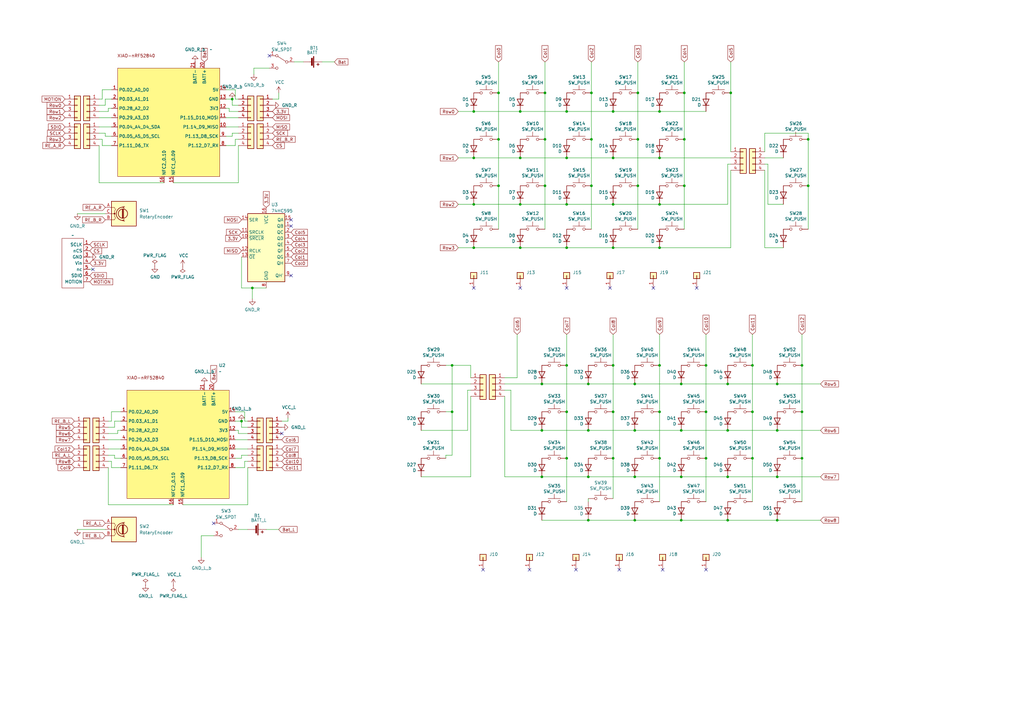
<source format=kicad_sch>
(kicad_sch (version 20250114) (generator "eeschema") (generator_version "9.0")
  (paper "A3")
  (title_block (title "nofy"))
  (junction (at 279.4 157.48))
  (junction (at 232.41 168.91))
  (junction (at 241.3 176.53))
  (junction (at 308.61 168.91))
  (junction (at 185.42 168.91))
  (junction (at 242.57 57.15))
  (junction (at 194.31 64.77))
  (junction (at 331.47 57.15))
  (junction (at 223.52 57.15))
  (junction (at 298.45 213.36))
  (junction (at 232.41 149.86))
  (junction (at 299.72 38.1))
  (junction (at 270.51 149.86))
  (junction (at 213.36 45.72))
  (junction (at 279.4 176.53))
  (junction (at 204.47 38.1))
  (junction (at 223.52 38.1))
  (junction (at 289.56 149.86))
  (junction (at 270.51 45.72))
  (junction (at 251.46 83.82))
  (junction (at 261.62 57.15))
  (junction (at 222.25 195.58))
  (junction (at 270.51 64.77))
  (junction (at 261.62 38.1))
  (junction (at 260.35 157.48))
  (junction (at 308.61 149.86))
  (junction (at 194.31 83.82))
  (junction (at 328.93 187.96))
  (junction (at 241.3 195.58))
  (junction (at 194.31 45.72))
  (junction (at 251.46 45.72))
  (junction (at 270.51 83.82))
  (junction (at 251.46 101.6))
  (junction (at 280.67 38.1))
  (junction (at 328.93 149.86))
  (junction (at 289.56 187.96))
  (junction (at 279.4 213.36))
  (junction (at 251.46 168.91))
  (junction (at 289.56 168.91))
  (junction (at 232.41 83.82))
  (junction (at 331.47 76.2))
  (junction (at 204.47 76.2))
  (junction (at 318.77 213.36))
  (junction (at 308.61 187.96))
  (junction (at 318.77 195.58))
  (junction (at 251.46 187.96))
  (junction (at 260.35 176.53))
  (junction (at 222.25 176.53))
  (junction (at 232.41 101.6))
  (junction (at 213.36 83.82))
  (junction (at 241.3 157.48))
  (junction (at 232.41 187.96))
  (junction (at 260.35 213.36))
  (junction (at 95.25 40.64))
  (junction (at 213.36 64.77))
  (junction (at 185.42 149.86))
  (junction (at 242.57 38.1))
  (junction (at 318.77 157.48))
  (junction (at 241.3 213.36))
  (junction (at 232.41 45.72))
  (junction (at 280.67 76.2))
  (junction (at 270.51 187.96))
  (junction (at 223.52 76.2))
  (junction (at 251.46 64.77))
  (junction (at 251.46 149.86))
  (junction (at 270.51 168.91))
  (junction (at 328.93 168.91))
  (junction (at 318.77 176.53))
  (junction (at 103.505 118.11))
  (junction (at 261.62 76.2))
  (junction (at 213.36 101.6))
  (junction (at 232.41 64.77))
  (junction (at 298.45 195.58))
  (junction (at 270.51 101.6))
  (junction (at 298.45 157.48))
  (junction (at 260.35 195.58))
  (junction (at 194.31 101.6))
  (junction (at 280.67 57.15))
  (junction (at 222.25 157.48))
  (junction (at 298.45 176.53))
  (junction (at 279.4 195.58))
  (junction (at 99.06 172.72))
  (junction (at 204.47 57.15))
  (junction (at 242.57 76.2))
  (no_connect (at 267.97 118.11))
  (no_connect (at 232.41 118.11))
  (no_connect (at 119.38 92.71))
  (no_connect (at 110.49 22.86))
  (no_connect (at 289.56 233.68))
  (no_connect (at 236.22 233.68))
  (no_connect (at 87.63 214.63))
  (no_connect (at 250.19 118.11))
  (no_connect (at 285.75 118.11))
  (no_connect (at 198.12 233.68))
  (no_connect (at 115.57 177.8))
  (no_connect (at 119.38 90.17))
  (no_connect (at 38.1 110.49))
  (no_connect (at 271.78 233.68))
  (no_connect (at 217.17 233.68))
  (no_connect (at 254 233.68))
  (no_connect (at 119.38 113.03))
  (no_connect (at 194.31 118.11))
  (no_connect (at 213.36 118.11))
  (wire (pts (xy 95.25 43.18) (xy 97.79 43.18)))
  (wire (pts (xy 298.45 213.36) (xy 318.77 213.36)))
  (wire (pts (xy 279.4 213.36) (xy 298.45 213.36)))
  (wire (pts (xy 298.45 176.53) (xy 318.77 176.53)))
  (wire (pts (xy 251.46 101.6) (xy 270.51 101.6)))
  (wire (pts (xy 96.52 176.53) (xy 97.79 176.53)))
  (wire (pts (xy 209.55 176.53) (xy 222.25 176.53)))
  (wire (pts (xy 251.46 83.82) (xy 232.41 83.82)))
  (wire (pts (xy 298.45 195.58) (xy 318.77 195.58)))
  (wire (pts (xy 308.61 187.96) (xy 308.61 205.74)))
  (wire (pts (xy 96.52 187.96) (xy 99.06 187.96)))
  (wire (pts (xy 71.12 74.93) (xy 97.79 74.93)))
  (wire (pts (xy 251.46 64.77) (xy 232.41 64.77)))
  (wire (pts (xy 313.69 64.77) (xy 321.31 64.77)))
  (wire (pts (xy 82.55 219.71) (xy 82.55 228.6)))
  (wire (pts (xy 40.64 45.72) (xy 44.45 45.72)))
  (wire (pts (xy 100.33 191.77) (xy 100.33 189.23)))
  (wire (pts (xy 213.36 83.82) (xy 194.31 83.82)))
  (wire (pts (xy 92.71 48.26) (xy 97.79 48.26)))
  (wire (pts (xy 207.01 160.02) (xy 209.55 160.02)))
  (wire (pts (xy 40.64 59.69) (xy 40.64 74.93)))
  (wire (pts (xy 44.45 44.45) (xy 44.45 45.72)))
  (wire (pts (xy 185.42 186.69) (xy 185.42 168.91)))
  (wire (pts (xy 232.41 168.91) (xy 232.41 187.96)))
  (wire (pts (xy 96.52 191.77) (xy 100.33 191.77)))
  (wire (pts (xy 279.4 213.36) (xy 260.35 213.36)))
  (wire (pts (xy 45.72 172.72) (xy 44.45 172.72)))
  (wire (pts (xy 209.55 160.02) (xy 209.55 176.53)))
  (wire (pts (xy 251.46 187.96) (xy 251.46 204.47)))
  (wire (pts (xy 289.56 168.91) (xy 289.56 187.96)))
  (wire (pts (xy 100.33 172.72) (xy 101.6 172.72)))
  (wire (pts (xy 223.52 25.4) (xy 223.52 38.1)))
  (wire (pts (xy 49.53 187.96) (xy 46.99 187.96)))
  (wire (pts (xy 118.11 171.45) (xy 118.11 172.72)))
  (wire (pts (xy 270.51 45.72) (xy 251.46 45.72)))
  (wire (pts (xy 194.31 45.72) (xy 187.96 45.72)))
  (wire (pts (xy 92.71 36.83) (xy 96.52 36.83)))
  (wire (pts (xy 41.91 57.15) (xy 40.64 57.15)))
  (wire (pts (xy 331.47 54.61) (xy 331.47 57.15)))
  (wire (pts (xy 132.08 25.4) (xy 137.16 25.4)))
  (wire (pts (xy 241.3 204.47) (xy 241.3 205.74)))
  (wire (pts (xy 191.77 176.53) (xy 172.72 176.53)))
  (wire (pts (xy 331.47 76.2) (xy 331.47 93.98)))
  (wire (pts (xy 101.6 207.01) (xy 101.6 191.77)))
  (wire (pts (xy 120.65 25.4) (xy 124.46 25.4)))
  (wire (pts (xy 193.04 162.56) (xy 193.04 195.58)))
  (wire (pts (xy 92.71 44.45) (xy 93.98 44.45)))
  (wire (pts (xy 45.72 168.91) (xy 45.72 172.72)))
  (wire (pts (xy 270.51 168.91) (xy 270.51 187.96)))
  (wire (pts (xy 46.99 186.69) (xy 44.45 186.69)))
  (wire (pts (xy 40.64 52.07) (xy 45.72 52.07)))
  (wire (pts (xy 270.51 83.82) (xy 298.45 83.82)))
  (wire (pts (xy 207.01 195.58) (xy 222.25 195.58)))
  (wire (pts (xy 242.57 76.2) (xy 242.57 93.98)))
  (wire (pts (xy 242.57 25.4) (xy 242.57 38.1)))
  (wire (pts (xy 104.14 27.94) (xy 104.14 30.48)))
  (wire (pts (xy 313.69 69.85) (xy 313.69 101.6)))
  (wire (pts (xy 213.36 101.6) (xy 194.31 101.6)))
  (wire (pts (xy 331.47 57.15) (xy 331.47 76.2)))
  (wire (pts (xy 299.72 69.85) (xy 299.72 101.6)))
  (wire (pts (xy 279.4 195.58) (xy 298.45 195.58)))
  (wire (pts (xy 31.75 217.17) (xy 43.18 217.17)))
  (wire (pts (xy 97.79 177.8) (xy 101.6 177.8)))
  (wire (pts (xy 280.67 76.2) (xy 280.67 93.98)))
  (wire (pts (xy 182.88 186.69) (xy 182.88 187.96)))
  (wire (pts (xy 96.52 168.91) (xy 100.33 168.91)))
  (wire (pts (xy 260.35 195.58) (xy 241.3 195.58)))
  (wire (pts (xy 270.51 137.16) (xy 270.51 149.86)))
  (wire (pts (xy 74.93 207.01) (xy 101.6 207.01)))
  (wire (pts (xy 43.18 55.88) (xy 43.18 54.61)))
  (wire (pts (xy 251.46 149.86) (xy 251.46 168.91)))
  (wire (pts (xy 46.99 187.96) (xy 46.99 186.69)))
  (wire (pts (xy 207.01 162.56) (xy 207.01 195.58)))
  (wire (pts (xy 313.69 62.23) (xy 313.69 54.61)))
  (wire (pts (xy 41.91 36.83) (xy 41.91 40.64)))
  (wire (pts (xy 43.18 54.61) (xy 40.64 54.61)))
  (wire (pts (xy 87.63 219.71) (xy 82.55 219.71)))
  (wire (pts (xy 110.49 27.94) (xy 104.14 27.94)))
  (wire (pts (xy 45.72 40.64) (xy 43.18 40.64)))
  (wire (pts (xy 313.69 67.31) (xy 314.96 67.31)))
  (wire (pts (xy 204.47 57.15) (xy 204.47 76.2)))
  (wire (pts (xy 212.09 137.16) (xy 212.09 154.94)))
  (wire (pts (xy 46.99 175.26) (xy 44.45 175.26)))
  (wire (pts (xy 46.99 172.72) (xy 46.99 175.26)))
  (wire (pts (xy 95.25 54.61) (xy 97.79 54.61)))
  (wire (pts (xy 44.45 207.01) (xy 44.45 191.77)))
  (wire (pts (xy 172.72 157.48) (xy 193.04 157.48)))
  (wire (pts (xy 103.505 118.11) (xy 103.505 122.555)))
  (wire (pts (xy 45.72 44.45) (xy 44.45 44.45)))
  (wire (pts (xy 279.4 176.53) (xy 260.35 176.53)))
  (wire (pts (xy 45.72 191.77) (xy 45.72 189.23)))
  (wire (pts (xy 232.41 45.72) (xy 213.36 45.72)))
  (wire (pts (xy 45.72 189.23) (xy 44.45 189.23)))
  (wire (pts (xy 328.93 187.96) (xy 328.93 205.74)))
  (wire (pts (xy 261.62 25.4) (xy 261.62 38.1)))
  (wire (pts (xy 328.93 137.16) (xy 328.93 149.86)))
  (wire (pts (xy 289.56 149.86) (xy 289.56 168.91)))
  (wire (pts (xy 289.56 187.96) (xy 289.56 205.74)))
  (wire (pts (xy 308.61 149.86) (xy 308.61 168.91)))
  (wire (pts (xy 232.41 101.6) (xy 213.36 101.6)))
  (wire (pts (xy 261.62 38.1) (xy 261.62 57.15)))
  (wire (pts (xy 204.47 38.1) (xy 204.47 57.15)))
  (wire (pts (xy 251.46 101.6) (xy 232.41 101.6)))
  (wire (pts (xy 241.3 195.58) (xy 222.25 195.58)))
  (wire (pts (xy 299.72 64.77) (xy 270.51 64.77)))
  (wire (pts (xy 100.33 189.23) (xy 101.6 189.23)))
  (wire (pts (xy 114.3 40.64) (xy 114.3 38.1)))
  (wire (pts (xy 96.52 172.72) (xy 99.06 172.72)))
  (wire (pts (xy 270.51 149.86) (xy 270.51 168.91)))
  (wire (pts (xy 95.25 40.64) (xy 95.25 43.18)))
  (wire (pts (xy 270.51 45.72) (xy 289.56 45.72)))
  (wire (pts (xy 308.61 137.16) (xy 308.61 149.86)))
  (wire (pts (xy 242.57 57.15) (xy 242.57 76.2)))
  (wire (pts (xy 298.45 157.48) (xy 318.77 157.48)))
  (wire (pts (xy 31.75 87.63) (xy 43.18 87.63)))
  (wire (pts (xy 49.53 191.77) (xy 45.72 191.77)))
  (wire (pts (xy 241.3 176.53) (xy 222.25 176.53)))
  (wire (pts (xy 270.51 64.77) (xy 251.46 64.77)))
  (wire (pts (xy 213.36 64.77) (xy 194.31 64.77)))
  (wire (pts (xy 260.35 157.48) (xy 241.3 157.48)))
  (wire (pts (xy 41.91 40.64) (xy 40.64 40.64)))
  (wire (pts (xy 49.53 168.91) (xy 45.72 168.91)))
  (wire (pts (xy 96.52 59.69) (xy 96.52 57.15)))
  (wire (pts (xy 99.06 172.72) (xy 99.06 175.26)))
  (wire (pts (xy 193.04 195.58) (xy 172.72 195.58)))
  (wire (pts (xy 92.71 40.64) (xy 95.25 40.64)))
  (wire (pts (xy 313.69 101.6) (xy 321.31 101.6)))
  (wire (pts (xy 40.64 48.26) (xy 45.72 48.26)))
  (wire (pts (xy 232.41 64.77) (xy 213.36 64.77)))
  (wire (pts (xy 314.96 83.82) (xy 321.31 83.82)))
  (wire (pts (xy 260.35 176.53) (xy 241.3 176.53)))
  (wire (pts (xy 191.77 160.02) (xy 191.77 176.53)))
  (wire (pts (xy 111.76 40.64) (xy 114.3 40.64)))
  (wire (pts (xy 318.77 176.53) (xy 336.55 176.53)))
  (wire (pts (xy 95.25 55.88) (xy 95.25 54.61)))
  (wire (pts (xy 96.52 40.64) (xy 97.79 40.64)))
  (wire (pts (xy 299.72 67.31) (xy 298.45 67.31)))
  (wire (pts (xy 194.31 64.77) (xy 187.96 64.77)))
  (wire (pts (xy 99.06 186.69) (xy 101.6 186.69)))
  (wire (pts (xy 93.98 44.45) (xy 93.98 45.72)))
  (wire (pts (xy 279.4 195.58) (xy 260.35 195.58)))
  (wire (pts (xy 261.62 76.2) (xy 261.62 93.98)))
  (wire (pts (xy 251.46 45.72) (xy 232.41 45.72)))
  (wire (pts (xy 182.88 186.69) (xy 185.42 186.69)))
  (wire (pts (xy 45.72 59.69) (xy 41.91 59.69)))
  (wire (pts (xy 241.3 157.48) (xy 222.25 157.48)))
  (wire (pts (xy 96.52 184.15) (xy 101.6 184.15)))
  (wire (pts (xy 251.46 137.16) (xy 251.46 149.86)))
  (wire (pts (xy 92.71 59.69) (xy 96.52 59.69)))
  (wire (pts (xy 100.33 168.91) (xy 100.33 172.72)))
  (wire (pts (xy 97.79 59.69) (xy 97.79 74.93)))
  (wire (pts (xy 182.88 149.86) (xy 185.42 149.86)))
  (wire (pts (xy 207.01 157.48) (xy 222.25 157.48)))
  (wire (pts (xy 48.26 176.53) (xy 48.26 177.8)))
  (wire (pts (xy 99.06 105.41) (xy 99.06 118.11)))
  (wire (pts (xy 204.47 25.4) (xy 204.47 38.1)))
  (wire (pts (xy 314.96 67.31) (xy 314.96 83.82)))
  (wire (pts (xy 280.67 57.15) (xy 280.67 76.2)))
  (wire (pts (xy 328.93 168.91) (xy 328.93 187.96)))
  (wire (pts (xy 232.41 149.86) (xy 232.41 168.91)))
  (wire (pts (xy 298.45 67.31) (xy 298.45 83.82)))
  (wire (pts (xy 93.98 45.72) (xy 97.79 45.72)))
  (wire (pts (xy 193.04 160.02) (xy 191.77 160.02)))
  (wire (pts (xy 270.51 187.96) (xy 270.51 205.74)))
  (wire (pts (xy 242.57 38.1) (xy 242.57 57.15)))
  (wire (pts (xy 44.45 184.15) (xy 49.53 184.15)))
  (wire (pts (xy 187.96 101.6) (xy 194.31 101.6)))
  (wire (pts (xy 115.57 172.72) (xy 118.11 172.72)))
  (wire (pts (xy 223.52 38.1) (xy 223.52 57.15)))
  (wire (pts (xy 299.72 101.6) (xy 270.51 101.6)))
  (wire (pts (xy 212.09 154.94) (xy 207.01 154.94)))
  (wire (pts (xy 194.31 83.82) (xy 187.96 83.82)))
  (wire (pts (xy 280.67 38.1) (xy 280.67 57.15)))
  (wire (pts (xy 313.69 54.61) (xy 331.47 54.61)))
  (wire (pts (xy 280.67 25.4) (xy 280.67 38.1)))
  (wire (pts (xy 109.22 118.11) (xy 103.505 118.11)))
  (wire (pts (xy 299.72 25.4) (xy 299.72 38.1)))
  (wire (pts (xy 279.4 157.48) (xy 260.35 157.48)))
  (wire (pts (xy 99.06 118.11) (xy 103.505 118.11)))
  (wire (pts (xy 241.3 213.36) (xy 222.25 213.36)))
  (wire (pts (xy 270.51 83.82) (xy 251.46 83.82)))
  (wire (pts (xy 232.41 137.16) (xy 232.41 149.86)))
  (wire (pts (xy 99.06 175.26) (xy 101.6 175.26)))
  (wire (pts (xy 49.53 172.72) (xy 46.99 172.72)))
  (wire (pts (xy 193.04 149.86) (xy 193.04 154.94)))
  (wire (pts (xy 318.77 213.36) (xy 336.55 213.36)))
  (wire (pts (xy 204.47 76.2) (xy 204.47 93.98)))
  (wire (pts (xy 41.91 59.69) (xy 41.91 57.15)))
  (wire (pts (xy 251.46 168.91) (xy 251.46 187.96)))
  (wire (pts (xy 97.79 176.53) (xy 97.79 177.8)))
  (wire (pts (xy 44.45 180.34) (xy 49.53 180.34)))
  (wire (pts (xy 45.72 55.88) (xy 43.18 55.88)))
  (wire (pts (xy 185.42 149.86) (xy 185.42 168.91)))
  (wire (pts (xy 279.4 176.53) (xy 298.45 176.53)))
  (wire (pts (xy 49.53 176.53) (xy 48.26 176.53)))
  (wire (pts (xy 44.45 177.8) (xy 48.26 177.8)))
  (wire (pts (xy 328.93 149.86) (xy 328.93 168.91)))
  (wire (pts (xy 318.77 195.58) (xy 336.55 195.58)))
  (wire (pts (xy 71.12 207.01) (xy 44.45 207.01)))
  (wire (pts (xy 279.4 157.48) (xy 298.45 157.48)))
  (wire (pts (xy 182.88 168.91) (xy 185.42 168.91)))
  (wire (pts (xy 223.52 57.15) (xy 223.52 76.2)))
  (wire (pts (xy 213.36 45.72) (xy 194.31 45.72)))
  (wire (pts (xy 96.52 57.15) (xy 97.79 57.15)))
  (wire (pts (xy 318.77 157.48) (xy 336.55 157.48)))
  (wire (pts (xy 109.22 217.17) (xy 114.3 217.17)))
  (wire (pts (xy 261.62 57.15) (xy 261.62 76.2)))
  (wire (pts (xy 299.72 38.1) (xy 299.72 62.23)))
  (wire (pts (xy 45.72 36.83) (xy 41.91 36.83)))
  (wire (pts (xy 260.35 213.36) (xy 241.3 213.36)))
  (wire (pts (xy 67.31 74.93) (xy 40.64 74.93)))
  (wire (pts (xy 38.1 110.49) (xy 36.83 110.49)))
  (wire (pts (xy 96.52 180.34) (xy 101.6 180.34)))
  (wire (pts (xy 92.71 55.88) (xy 95.25 55.88)))
  (wire (pts (xy 99.06 187.96) (xy 99.06 186.69)))
  (wire (pts (xy 308.61 168.91) (xy 308.61 187.96)))
  (wire (pts (xy 232.41 187.96) (xy 232.41 205.74)))
  (wire (pts (xy 97.79 217.17) (xy 101.6 217.17)))
  (wire (pts (xy 232.41 83.82) (xy 213.36 83.82)))
  (wire (pts (xy 289.56 137.16) (xy 289.56 149.86)))
  (wire (pts (xy 96.52 36.83) (xy 96.52 40.64)))
  (wire (pts (xy 185.42 149.86) (xy 193.04 149.86)))
  (wire (pts (xy 43.18 40.64) (xy 43.18 43.18)))
  (wire (pts (xy 92.71 52.07) (xy 97.79 52.07)))
  (wire (pts (xy 43.18 43.18) (xy 40.64 43.18)))
  (wire (pts (xy 223.52 76.2) (xy 223.52 93.98)))
  (global_label "Row1" (shape input) (at 26.67 45.72 180) (property "Intersheetrefs" "${INTERSHEET_REFS}" (effects (hide yes))))
  (global_label "Row2" (shape input) (at 187.96 83.82 180) (property "Intersheetrefs" "${INTERSHEET_REFS}" (effects (hide yes))))
  (global_label "Col6" (shape input) (at 115.57 180.34 0) (property "Intersheetrefs" "${INTERSHEET_REFS}" (effects (hide yes))))
  (global_label "Row1" (shape input) (at 187.96 64.77 180) (property "Intersheetrefs" "${INTERSHEET_REFS}" (effects (hide yes))))
  (global_label "Col0" (shape input) (at 119.38 107.95 0) (property "Intersheetrefs" "${INTERSHEET_REFS}" (effects (hide yes))))
  (global_label "Col3" (shape input) (at 261.62 25.4 90) (property "Intersheetrefs" "${INTERSHEET_REFS}" (effects (hide yes))))
  (global_label "RE_A_L" (shape input) (at 43.18 214.63 180) (property "Intersheetrefs" "${INTERSHEET_REFS}" (effects (hide yes))))
  (global_label "RE_A_R" (shape input) (at 26.67 59.69 180) (property "Intersheetrefs" "${INTERSHEET_REFS}" (effects (hide yes))))
  (global_label "3.3V" (shape input) (at 36.83 107.95 0) (property "Intersheetrefs" "${INTERSHEET_REFS}" (effects (hide yes))))
  (global_label "Bat_L" (shape input) (at 87.63 157.48 90) (property "Intersheetrefs" "${INTERSHEET_REFS}" (effects (hide yes))))
  (global_label "MISO" (shape input) (at 99.06 102.87 180) (property "Intersheetrefs" "${INTERSHEET_REFS}" (effects (hide yes))))
  (global_label "Col7" (shape input) (at 232.41 137.16 90) (property "Intersheetrefs" "${INTERSHEET_REFS}" (effects (hide yes))))
  (global_label "Col9" (shape input) (at 30.48 191.77 180) (property "Intersheetrefs" "${INTERSHEET_REFS}" (effects (hide yes))))
  (global_label "Col3" (shape input) (at 119.38 100.33 0) (property "Intersheetrefs" "${INTERSHEET_REFS}" (effects (hide yes))))
  (global_label "CS" (shape input) (at 36.83 102.87 0) (property "Intersheetrefs" "${INTERSHEET_REFS}" (effects (hide yes))))
  (global_label "SDIO" (shape input) (at 26.67 52.07 180) (property "Intersheetrefs" "${INTERSHEET_REFS}" (effects (hide yes))))
  (global_label "MOTION" (shape input) (at 36.83 115.57 0) (property "Intersheetrefs" "${INTERSHEET_REFS}" (effects (hide yes))))
  (global_label "Col6" (shape input) (at 212.09 137.16 90) (property "Intersheetrefs" "${INTERSHEET_REFS}" (effects (hide yes))))
  (global_label "Col12" (shape input) (at 328.93 137.16 90) (property "Intersheetrefs" "${INTERSHEET_REFS}" (effects (hide yes))))
  (global_label "Bat_L" (shape input) (at 114.3 217.17 0) (property "Intersheetrefs" "${INTERSHEET_REFS}" (effects (hide yes))))
  (global_label "Col11" (shape input) (at 308.61 137.16 90) (property "Intersheetrefs" "${INTERSHEET_REFS}" (effects (hide yes))))
  (global_label "3.3V" (shape input) (at 109.22 85.09 90) (property "Intersheetrefs" "${INTERSHEET_REFS}" (effects (hide yes))))
  (global_label "Row6" (shape input) (at 336.55 176.53 0) (property "Intersheetrefs" "${INTERSHEET_REFS}" (effects (hide yes))))
  (global_label "Row0" (shape input) (at 187.96 45.72 180) (property "Intersheetrefs" "${INTERSHEET_REFS}" (effects (hide yes))))
  (global_label "Col7" (shape input) (at 115.57 184.15 0) (property "Intersheetrefs" "${INTERSHEET_REFS}" (effects (hide yes))))
  (global_label "Col8" (shape input) (at 251.46 137.16 90) (property "Intersheetrefs" "${INTERSHEET_REFS}" (effects (hide yes))))
  (global_label "MISO" (shape input) (at 111.76 52.07 0) (property "Intersheetrefs" "${INTERSHEET_REFS}" (effects (hide yes))))
  (global_label "RE_B_R" (shape input) (at 43.18 90.17 180) (property "Intersheetrefs" "${INTERSHEET_REFS}" (effects (hide yes))))
  (global_label "Row2" (shape input) (at 26.67 48.26 180) (property "Intersheetrefs" "${INTERSHEET_REFS}" (effects (hide yes))))
  (global_label "Row5" (shape input) (at 336.55 157.48 0) (property "Intersheetrefs" "${INTERSHEET_REFS}" (effects (hide yes))))
  (global_label "Col10" (shape input) (at 115.57 189.23 0) (property "Intersheetrefs" "${INTERSHEET_REFS}" (effects (hide yes))))
  (global_label "Col1" (shape input) (at 119.38 105.41 0) (property "Intersheetrefs" "${INTERSHEET_REFS}" (effects (hide yes))))
  (global_label "Bat" (shape input) (at 83.82 25.4 90) (property "Intersheetrefs" "${INTERSHEET_REFS}" (effects (hide yes))))
  (global_label "SCK" (shape input) (at 111.76 54.61 0) (property "Intersheetrefs" "${INTERSHEET_REFS}" (effects (hide yes))))
  (global_label "Col2" (shape input) (at 119.38 102.87 0) (property "Intersheetrefs" "${INTERSHEET_REFS}" (effects (hide yes))))
  (global_label "MOTION" (shape input) (at 26.67 40.64 180) (property "Intersheetrefs" "${INTERSHEET_REFS}" (effects (hide yes))))
  (global_label "Col11" (shape input) (at 115.57 191.77 0) (property "Intersheetrefs" "${INTERSHEET_REFS}" (effects (hide yes))))
  (global_label "Row8" (shape input) (at 30.48 189.23 180) (property "Intersheetrefs" "${INTERSHEET_REFS}" (effects (hide yes))))
  (global_label "RE_A_R" (shape input) (at 43.18 85.09 180) (property "Intersheetrefs" "${INTERSHEET_REFS}" (effects (hide yes))))
  (global_label "Row3" (shape input) (at 187.96 101.6 180) (property "Intersheetrefs" "${INTERSHEET_REFS}" (effects (hide yes))))
  (global_label "SDIO" (shape input) (at 36.83 113.03 0) (property "Intersheetrefs" "${INTERSHEET_REFS}" (effects (hide yes))))
  (global_label "3.3V" (shape input) (at 99.06 97.79 180) (property "Intersheetrefs" "${INTERSHEET_REFS}" (effects (hide yes))))
  (global_label "Col4" (shape input) (at 280.67 25.4 90) (property "Intersheetrefs" "${INTERSHEET_REFS}" (effects (hide yes))))
  (global_label "Col4" (shape input) (at 119.38 97.79 0) (property "Intersheetrefs" "${INTERSHEET_REFS}" (effects (hide yes))))
  (global_label "RE_A_L" (shape input) (at 30.48 186.69 180) (property "Intersheetrefs" "${INTERSHEET_REFS}" (effects (hide yes))))
  (global_label "Row3" (shape input) (at 26.67 57.15 180) (property "Intersheetrefs" "${INTERSHEET_REFS}" (effects (hide yes))))
  (global_label "SCLK" (shape input) (at 26.67 54.61 180) (property "Intersheetrefs" "${INTERSHEET_REFS}" (effects (hide yes))))
  (global_label "3.3V" (shape input) (at 111.76 45.72 0) (property "Intersheetrefs" "${INTERSHEET_REFS}" (effects (hide yes))))
  (global_label "Col2" (shape input) (at 242.57 25.4 90) (property "Intersheetrefs" "${INTERSHEET_REFS}" (effects (hide yes))))
  (global_label "RE_B_L" (shape input) (at 43.18 219.71 180) (property "Intersheetrefs" "${INTERSHEET_REFS}" (effects (hide yes))))
  (global_label "Col5" (shape input) (at 299.72 25.4 90) (property "Intersheetrefs" "${INTERSHEET_REFS}" (effects (hide yes))))
  (global_label "Bat" (shape input) (at 137.16 25.4 0) (property "Intersheetrefs" "${INTERSHEET_REFS}" (effects (hide yes))))
  (global_label "RE_B_R" (shape input) (at 111.76 57.15 0) (property "Intersheetrefs" "${INTERSHEET_REFS}" (effects (hide yes))))
  (global_label "Row0" (shape input) (at 26.67 43.18 180) (property "Intersheetrefs" "${INTERSHEET_REFS}" (effects (hide yes))))
  (global_label "Col8" (shape input) (at 115.57 186.69 0) (property "Intersheetrefs" "${INTERSHEET_REFS}" (effects (hide yes))))
  (global_label "Row7" (shape input) (at 336.55 195.58 0) (property "Intersheetrefs" "${INTERSHEET_REFS}" (effects (hide yes))))
  (global_label "Row8" (shape input) (at 336.55 213.36 0) (property "Intersheetrefs" "${INTERSHEET_REFS}" (effects (hide yes))))
  (global_label "Col10" (shape input) (at 289.56 137.16 90) (property "Intersheetrefs" "${INTERSHEET_REFS}" (effects (hide yes))))
  (global_label "Col9" (shape input) (at 270.51 137.16 90) (property "Intersheetrefs" "${INTERSHEET_REFS}" (effects (hide yes))))
  (global_label "SCLK" (shape input) (at 36.83 100.33 0) (property "Intersheetrefs" "${INTERSHEET_REFS}" (effects (hide yes))))
  (global_label "Col1" (shape input) (at 223.52 25.4 90) (property "Intersheetrefs" "${INTERSHEET_REFS}" (effects (hide yes))))
  (global_label "Row5" (shape input) (at 30.48 175.26 180) (property "Intersheetrefs" "${INTERSHEET_REFS}" (effects (hide yes))))
  (global_label "Row7" (shape input) (at 30.48 180.34 180) (property "Intersheetrefs" "${INTERSHEET_REFS}" (effects (hide yes))))
  (global_label "MOSI" (shape input) (at 99.06 90.17 180) (property "Intersheetrefs" "${INTERSHEET_REFS}" (effects (hide yes))))
  (global_label "Row6" (shape input) (at 30.48 177.8 180) (property "Intersheetrefs" "${INTERSHEET_REFS}" (effects (hide yes))))
  (global_label "CS" (shape input) (at 111.76 59.69 0) (property "Intersheetrefs" "${INTERSHEET_REFS}" (effects (hide yes))))
  (global_label "SCK" (shape input) (at 99.06 95.25 180) (property "Intersheetrefs" "${INTERSHEET_REFS}" (effects (hide yes))))
  (global_label "Col12" (shape input) (at 30.48 184.15 180) (property "Intersheetrefs" "${INTERSHEET_REFS}" (effects (hide yes))))
  (global_label "Col5" (shape input) (at 119.38 95.25 0) (property "Intersheetrefs" "${INTERSHEET_REFS}" (effects (hide yes))))
  (global_label "MOSI" (shape input) (at 111.76 48.26 0) (property "Intersheetrefs" "${INTERSHEET_REFS}" (effects (hide yes))))
  (global_label "RE_B_L" (shape input) (at 30.48 172.72 180) (property "Intersheetrefs" "${INTERSHEET_REFS}" (effects (hide yes))))
  (global_label "Col0" (shape input) (at 204.47 25.4 90) (property "Intersheetrefs" "${INTERSHEET_REFS}" (effects (hide yes))))
  (symbol (lib_id "Device:D") (at 270.51 97.79 270) (mirror x) (unit 1)
    (property "Reference" "D20" (at 268.5034 96.6216 90) (effects (justify right)))
    (property "Value" "D" (at 268.5034 98.933 90) (effects (justify right)))
    (property "Footprint" "_kicad_footprints:Diode_SMD" (effects (hide yes)))
  )
  (symbol (lib_id "Switch:SW_Push") (at 326.39 76.2 0) (mirror y) (unit 1)
    (property "Reference" "SW27" (at 326.39 69.723 0))
    (property "Value" "SW_PUSH" (at 326.39 72.0344 0))
    (property "Footprint" "nofy:Choc_v2_Hotswap_1u_17mm" (effects (hide yes)))
  )
  (symbol (lib_id "nofy:PIn1x4") (at 102.87 62.23 0) (unit 1)
    (property "Reference" "J35" (effects (hide yes)))
    (property "Value" "PIn1x4" (effects (hide yes)))
    (property "Footprint" "nofy:Pin1x4" (effects (hide yes)))
  )
  (symbol (lib_id "Switch:SW_Push") (at 237.49 76.2 0) (mirror y) (unit 1)
    (property "Reference" "SW15" (at 237.49 69.723 0))
    (property "Value" "SW_PUSH" (at 237.49 72.0344 0))
    (property "Footprint" "nofy:Choc_v2_Hotswap_1u_17mm" (effects (hide yes)))
  )
  (symbol (lib_id "Switch:SW_Push") (at 294.64 38.1 0) (mirror y) (unit 1)
    (property "Reference" "SW25" (at 294.64 31.623 0))
    (property "Value" "SW_PUSH" (at 294.64 33.9344 0))
    (property "Footprint" "nofy:Choc_v2_Hotswap_1u_17mm" (effects (hide yes)))
  )
  (symbol (lib_id "power:GND") (at 59.69 240.03 0) (unit 1)
    (property "Reference" "#PWR03" (effects (hide yes)))
    (property "Value" "GND_L" (at 59.817 244.4242 0))
  )
  (symbol (lib_id "Connector_Generic:Conn_01x01") (at 217.17 228.6 90) (unit 1)
    (property "Reference" "J12" (at 219.71 227.3299 90) (effects (justify right)))
    (property "Value" "Conn_01x01-Connector_Generic" (effects (hide yes)))
    (property "Footprint" "MountingHole:MountingHole_3.2mm_M3" (effects (hide yes)))
    (property "Description" "Generic connector, single row, 01x01, script generated (kicad-library-utils/schlib/autogen/connector/)" (effects (hide yes)))
  )
  (symbol (lib_id "nofy:PIn1x4") (at 106.68 50.8 0) (mirror y) (unit 1)
    (property "Reference" "J38" (effects (hide yes)))
    (property "Value" "PIn1x4" (effects (hide yes)))
    (property "Footprint" "nofy:Pin1x4" (effects (hide yes)))
  )
  (symbol (lib_id "Switch:SW_Push") (at 177.8 168.91 0) (mirror y) (unit 1)
    (property "Reference" "SW30" (at 177.8 162.433 0))
    (property "Value" "SW_PUSH" (at 177.8 164.7444 0))
    (property "Footprint" "nofy:Choc_v2_Hotswap_1u_17mm" (effects (hide yes)))
  )
  (symbol (lib_id "Connector_Generic:Conn_01x01") (at 198.12 228.6 90) (unit 1)
    (property "Reference" "J10" (at 200.66 227.3299 90) (effects (justify right)))
    (property "Value" "Conn_01x01-Connector_Generic" (effects (hide yes)))
    (property "Footprint" "MountingHole:MountingHole_3.2mm_M3" (effects (hide yes)))
    (property "Description" "Generic connector, single row, 01x01, script generated (kicad-library-utils/schlib/autogen/connector/)" (effects (hide yes)))
  )
  (symbol (lib_id "Device:D") (at 279.4 153.67 270) (mirror x) (unit 1)
    (property "Reference" "D40" (at 277.3934 152.5016 90) (effects (justify right)))
    (property "Value" "D" (at 277.3934 154.813 90) (effects (justify right)))
    (property "Footprint" "_kicad_footprints:Diode_SMD" (effects (hide yes)))
  )
  (symbol (lib_id "Device:D") (at 172.72 153.67 270) (mirror x) (unit 1)
    (property "Reference" "D25" (at 170.7134 152.5016 90) (effects (justify right)))
    (property "Value" "D" (at 170.7134 154.813 90) (effects (justify right)))
    (property "Footprint" "_kicad_footprints:Diode_SMD" (effects (hide yes)))
  )
  (symbol (lib_id "Device:D") (at 172.72 172.72 270) (mirror x) (unit 1)
    (property "Reference" "D26" (at 170.7134 171.5516 90) (effects (justify right)))
    (property "Value" "D" (at 170.7134 173.863 90) (effects (justify right)))
    (property "Footprint" "_kicad_footprints:Diode_SMD" (effects (hide yes)))
  )
  (symbol (lib_id "Device:D") (at 232.41 60.96 270) (mirror x) (unit 1)
    (property "Reference" "D10" (at 230.4034 59.7916 90) (effects (justify right)))
    (property "Value" "D" (at 230.4034 62.103 90) (effects (justify right)))
    (property "Footprint" "_kicad_footprints:Diode_SMD" (effects (hide yes)))
  )
  (symbol (lib_id "Device:D") (at 260.35 153.67 270) (mirror x) (unit 1)
    (property "Reference" "D36" (at 258.3434 152.5016 90) (effects (justify right)))
    (property "Value" "D" (at 258.3434 154.813 90) (effects (justify right)))
    (property "Footprint" "_kicad_footprints:Diode_SMD" (effects (hide yes)))
  )
  (symbol (lib_id "Switch:SW_Push") (at 265.43 168.91 0) (mirror y) (unit 1)
    (property "Reference" "SW41" (at 265.43 162.433 0))
    (property "Value" "SW_PUSH" (at 265.43 164.7444 0))
    (property "Footprint" "nofy:Choc_v2_Hotswap_1u_17mm" (effects (hide yes)))
  )
  (symbol (lib_id "Device:D") (at 279.4 172.72 270) (mirror x) (unit 1)
    (property "Reference" "D41" (at 277.3934 171.5516 90) (effects (justify right)))
    (property "Value" "D" (at 277.3934 173.863 90) (effects (justify right)))
    (property "Footprint" "_kicad_footprints:Diode_SMD" (effects (hide yes)))
  )
  (symbol (lib_id "Switch:SW_Push") (at 256.54 76.2 0) (mirror y) (unit 1)
    (property "Reference" "SW19" (at 256.54 69.723 0))
    (property "Value" "SW_PUSH" (at 256.54 72.0344 0))
    (property "Footprint" "nofy:Choc_v2_Hotswap_1u_17mm" (effects (hide yes)))
  )
  (symbol (lib_id "Switch:SW_Push") (at 227.33 187.96 0) (mirror y) (unit 1)
    (property "Reference" "SW34" (at 227.33 181.483 0))
    (property "Value" "SW_PUSH" (at 227.33 183.7944 0))
    (property "Footprint" "nofy:Choc_v2_Hotswap_1u_17mm" (effects (hide yes)))
  )
  (symbol (lib_id "Switch:SW_Push") (at 323.85 187.96 0) (mirror y) (unit 1)
    (property "Reference" "SW54" (at 323.85 181.483 0))
    (property "Value" "SW_PUSH" (at 323.85 183.7944 0))
    (property "Footprint" "nofy:Choc_v2_Hotswap_1u_17mm" (effects (hide yes)))
  )
  (symbol (lib_id "Switch:SW_Push") (at 256.54 93.98 0) (mirror y) (unit 1)
    (property "Reference" "SW20" (at 256.54 87.503 0))
    (property "Value" "SW_PUSH" (at 256.54 89.8144 0))
    (property "Footprint" "nofy:Choc_v2_Hotswap_1u_17mm" (effects (hide yes)))
  )
  (symbol (lib_id "Device:RotaryEncoder") (at 50.8 87.63 0) (unit 1)
    (property "Reference" "SW1" (at 57.15 86.3599 0) (effects (justify left)))
    (property "Value" "RotaryEncoder" (at 57.15 88.8999 0) (effects (justify left)))
    (property "Footprint" "nofy:RotaryEncoder_EC12E" (effects (hide yes)))
    (property "Description" "Rotary encoder, dual channel, incremental quadrate outputs" (effects (hide yes)))
  )
  (symbol (lib_name "GND_1") (lib_id "power:GND") (at 95.25 40.64 180) (unit 1)
    (property "Reference" "#PWR011" (effects (hide yes)))
    (property "Value" "GND_R_b" (at 95.25 35.56 0))
    (property "Description" "Power symbol creates a global label with name \"GND\" , ground" (effects (hide yes)))
  )
  (symbol (lib_id "Device:D") (at 251.46 80.01 270) (mirror x) (unit 1)
    (property "Reference" "D15" (at 249.4534 78.8416 90) (effects (justify right)))
    (property "Value" "D" (at 249.4534 81.153 90) (effects (justify right)))
    (property "Footprint" "_kicad_footprints:Diode_SMD" (effects (hide yes)))
  )
  (symbol (lib_id "Device:D") (at 270.51 80.01 270) (mirror x) (unit 1)
    (property "Reference" "D19" (at 268.5034 78.8416 90) (effects (justify right)))
    (property "Value" "D" (at 268.5034 81.153 90) (effects (justify right)))
    (property "Footprint" "_kicad_footprints:Diode_SMD" (effects (hide yes)))
  )
  (symbol (lib_id "Device:D") (at 194.31 41.91 270) (mirror x) (unit 1)
    (property "Reference" "D1" (at 192.3034 40.7416 90) (effects (justify right)))
    (property "Value" "D" (at 192.3034 43.053 90) (effects (justify right)))
    (property "Footprint" "_kicad_footprints:Diode_SMD" (effects (hide yes)))
  )
  (symbol (lib_id "Switch:SW_Push") (at 256.54 57.15 0) (mirror y) (unit 1)
    (property "Reference" "SW18" (at 256.54 50.673 0))
    (property "Value" "SW_PUSH" (at 256.54 52.9844 0))
    (property "Footprint" "nofy:Choc_v2_Hotswap_1u_17mm" (effects (hide yes)))
  )
  (symbol (lib_id "Device:D") (at 318.77 209.55 270) (mirror x) (unit 1)
    (property "Reference" "D51" (at 316.7634 208.3816 90) (effects (justify right)))
    (property "Value" "D" (at 316.7634 210.693 90) (effects (justify right)))
    (property "Footprint" "_kicad_footprints:Diode_SMD" (effects (hide yes)))
  )
  (symbol (lib_id "Device:D") (at 321.31 60.96 270) (mirror x) (unit 1)
    (property "Reference" "D22" (at 319.3034 59.7916 90) (effects (justify right)))
    (property "Value" "D" (at 319.3034 62.103 90) (effects (justify right)))
    (property "Footprint" "_kicad_footprints:Diode_SMD" (effects (hide yes)))
  )
  (symbol (lib_id "Switch:SW_Push") (at 326.39 93.98 0) (mirror y) (unit 1)
    (property "Reference" "SW28" (at 326.39 87.503 0))
    (property "Value" "SW_PUSH" (at 326.39 89.8144 0))
    (property "Footprint" "nofy:Choc_v2_Hotswap_1u_17mm" (effects (hide yes)))
  )
  (symbol (lib_id "nofy:PIn1x4") (at 110.49 194.31 0) (mirror y) (unit 1)
    (property "Reference" "J29" (effects (hide yes)))
    (property "Value" "PIn1x4" (effects (hide yes)))
    (property "Footprint" "nofy:Pin1x4" (effects (hide yes)))
  )
  (symbol (lib_id "Device:D") (at 298.45 209.55 270) (mirror x) (unit 1)
    (property "Reference" "D47" (at 296.4434 208.3816 90) (effects (justify right)))
    (property "Value" "D" (at 296.4434 210.693 90) (effects (justify right)))
    (property "Footprint" "_kicad_footprints:Diode_SMD" (effects (hide yes)))
  )
  (symbol (lib_id "Switch:SW_Push") (at 199.39 57.15 0) (mirror y) (unit 1)
    (property "Reference" "SW6" (at 199.39 50.673 0))
    (property "Value" "SW_PUSH" (at 199.39 52.9844 0))
    (property "Footprint" "nofy:Choc_v2_Hotswap_1u_17mm" (effects (hide yes)))
  )
  (symbol (lib_id "Switch:SW_Push") (at 237.49 93.98 0) (mirror y) (unit 1)
    (property "Reference" "SW16" (at 237.49 87.503 0))
    (property "Value" "SW_PUSH" (at 237.49 89.8144 0))
    (property "Footprint" "nofy:Choc_v2_Hotswap_1u_17mm" (effects (hide yes)))
  )
  (symbol (lib_id "power:PWR_FLAG") (at 59.69 240.03 0) (unit 1)
    (property "Reference" "#FLG01" (effects (hide yes)))
    (property "Value" "PWR_FLAG_L" (at 59.69 235.6104 0))
  )
  (symbol (lib_id "power:VCC") (at 118.11 171.45 0) (unit 1)
    (property "Reference" "#PWR020" (effects (hide yes)))
    (property "Value" "VCC_L" (at 118.5418 167.0558 0))
  )
  (symbol (lib_id "Device:D") (at 222.25 191.77 270) (mirror x) (unit 1)
    (property "Reference" "D30" (at 220.2434 190.6016 90) (effects (justify right)))
    (property "Value" "D" (at 220.2434 192.913 90) (effects (justify right)))
    (property "Footprint" "_kicad_footprints:Diode_SMD" (effects (hide yes)))
  )
  (symbol (lib_id "power:GND") (at 103.505 122.555 0) (unit 1)
    (property "Reference" "#PWR013" (effects (hide yes)))
    (property "Value" "GND_R" (at 103.505 127 0))
  )
  (symbol (lib_id "Device:D") (at 194.31 80.01 270) (mirror x) (unit 1)
    (property "Reference" "D3" (at 192.3034 78.8416 90) (effects (justify right)))
    (property "Value" "D" (at 192.3034 81.153 90) (effects (justify right)))
    (property "Footprint" "_kicad_footprints:Diode_SMD" (effects (hide yes)))
  )
  (symbol (lib_id "Device:D") (at 232.41 41.91 270) (mirror x) (unit 1)
    (property "Reference" "D9" (at 230.4034 40.7416 90) (effects (justify right)))
    (property "Value" "D" (at 230.4034 43.053 90) (effects (justify right)))
    (property "Footprint" "_kicad_footprints:Diode_SMD" (effects (hide yes)))
  )
  (symbol (lib_id "Device:D") (at 298.45 172.72 270) (mirror x) (unit 1)
    (property "Reference" "D45" (at 296.4434 171.5516 90) (effects (justify right)))
    (property "Value" "D" (at 296.4434 173.863 90) (effects (justify right)))
    (property "Footprint" "_kicad_footprints:Diode_SMD" (effects (hide yes)))
  )
  (symbol (lib_id "nofy:PIn1x4") (at 304.8 72.39 0) (unit 1)
    (property "Reference" "J22" (effects (hide yes)))
    (property "Value" "PIn1x4" (effects (hide yes)))
    (property "Footprint" "nofy:Pin1x4" (effects (hide yes)))
  )
  (symbol (lib_id "Device:Battery_Cell") (at 104.14 217.17 270) (unit 1)
    (property "Reference" "B1" (at 104.14 211.455 90) (effects (justify left)))
    (property "Value" "BATT_L" (at 102.87 213.36 90) (effects (justify left)))
    (property "Footprint" "_kicad_footprints:JST_S2B-PH-SM4-TB" (effects (hide yes)))
  )
  (symbol (lib_id "Device:D") (at 251.46 41.91 270) (mirror x) (unit 1)
    (property "Reference" "D13" (at 249.4534 40.7416 90) (effects (justify right)))
    (property "Value" "D" (at 249.4534 43.053 90) (effects (justify right)))
    (property "Footprint" "_kicad_footprints:Diode_SMD" (effects (hide yes)))
  )
  (symbol (lib_id "Switch:SW_Push") (at 265.43 149.86 0) (mirror y) (unit 1)
    (property "Reference" "SW40" (at 265.43 143.383 0))
    (property "Value" "SW_PUSH" (at 265.43 145.6944 0))
    (property "Footprint" "nofy:Choc_v2_Hotswap_1u_17mm" (effects (hide yes)))
  )
  (symbol (lib_id "Device:D") (at 232.41 97.79 270) (mirror x) (unit 1)
    (property "Reference" "D12" (at 230.4034 96.6216 90) (effects (justify right)))
    (property "Value" "D" (at 230.4034 98.933 90) (effects (justify right)))
    (property "Footprint" "_kicad_footprints:Diode_SMD" (effects (hide yes)))
  )
  (symbol (lib_name "GND_1") (lib_id "power:GND") (at 36.83 105.41 90) (unit 1)
    (property "Reference" "#PWR02" (effects (hide yes)))
    (property "Value" "GND_R" (at 40.64 105.4099 90) (effects (justify right)))
    (property "Description" "Power symbol creates a global label with name \"GND\" , ground" (effects (hide yes)))
  )
  (symbol (lib_id "Connector_Generic:Conn_01x01") (at 285.75 113.03 90) (unit 1)
    (property "Reference" "J21" (at 288.29 111.7599 90) (effects (justify right)))
    (property "Value" "Conn_01x01-Connector_Generic" (effects (hide yes)))
    (property "Footprint" "MountingHole:MountingHole_3.2mm_M3" (effects (hide yes)))
    (property "Description" "Generic connector, single row, 01x01, script generated (kicad-library-utils/schlib/autogen/connector/)" (effects (hide yes)))
  )
  (symbol (lib_id "Device:D") (at 251.46 60.96 270) (mirror x) (unit 1)
    (property "Reference" "D14" (at 249.4534 59.7916 90) (effects (justify right)))
    (property "Value" "D" (at 249.4534 62.103 90) (effects (justify right)))
    (property "Footprint" "_kicad_footprints:Diode_SMD" (effects (hide yes)))
  )
  (symbol (lib_id "Switch:SW_Push") (at 199.39 76.2 0) (mirror y) (unit 1)
    (property "Reference" "SW7" (at 199.39 69.723 0))
    (property "Value" "SW_PUSH" (at 199.39 72.0344 0))
    (property "Footprint" "nofy:Choc_v2_Hotswap_1u_17mm" (effects (hide yes)))
  )
  (symbol (lib_id "Connector_Generic:Conn_01x01") (at 250.19 113.03 90) (unit 1)
    (property "Reference" "J17" (at 252.73 111.7599 90) (effects (justify right)))
    (property "Value" "Conn_01x01-Connector_Generic" (effects (hide yes)))
    (property "Footprint" "MountingHole:MountingHole_3.2mm_M3" (effects (hide yes)))
    (property "Description" "Generic connector, single row, 01x01, script generated (kicad-library-utils/schlib/autogen/connector/)" (effects (hide yes)))
  )
  (symbol (lib_id "Switch:SW_Push") (at 199.39 38.1 0) (mirror y) (unit 1)
    (property "Reference" "SW5" (at 199.39 31.623 0))
    (property "Value" "SW_PUSH" (at 199.39 33.9344 0))
    (property "Footprint" "nofy:Choc_v2_Hotswap_1u_17mm" (effects (hide yes)))
  )
  (symbol (lib_id "Switch:SW_Push") (at 265.43 187.96 0) (mirror y) (unit 1)
    (property "Reference" "SW42" (at 265.43 181.483 0))
    (property "Value" "SW_PUSH" (at 265.43 183.7944 0))
    (property "Footprint" "nofy:Choc_v2_Hotswap_1u_17mm" (effects (hide yes)))
  )
  (symbol (lib_id "Device:D") (at 279.4 191.77 270) (mirror x) (unit 1)
    (property "Reference" "D42" (at 277.3934 190.6016 90) (effects (justify right)))
    (property "Value" "D" (at 277.3934 192.913 90) (effects (justify right)))
    (property "Footprint" "_kicad_footprints:Diode_SMD" (effects (hide yes)))
  )
  (symbol (lib_id "Switch:SW_Push") (at 256.54 38.1 0) (mirror y) (unit 1)
    (property "Reference" "SW17" (at 256.54 31.623 0))
    (property "Value" "SW_PUSH" (at 256.54 33.9344 0))
    (property "Footprint" "nofy:Choc_v2_Hotswap_1u_17mm" (effects (hide yes)))
  )
  (symbol (lib_id "74xx:74HC595") (at 109.22 100.33 0) (unit 1)
    (property "Reference" "U3" (at 111.2394 83.9302 0) (effects (justify left)))
    (property "Value" "74HC595" (at 111.2394 86.4671 0) (effects (justify left)))
    (property "Footprint" "Package_SO:SOIC-16_3.9x9.9mm_P1.27mm" (effects (hide yes)))
    (property "Datasheet" "http://www.ti.com/lit/ds/symlink/sn74hc595.pdf" (effects (hide yes)))
    (property "LCSC Part Number" "C10092" (effects (hide yes)))
  )
  (symbol (lib_id "power:PWR_FLAG") (at 71.12 240.03 180) (unit 1)
    (property "Reference" "#FLG02" (effects (hide yes)))
    (property "Value" "PWR_FLAG_L" (at 71.12 244.4242 0))
  )
  (symbol (lib_name "GND_1") (lib_id "power:GND") (at 99.06 172.72 180) (unit 1)
    (property "Reference" "#PWR012" (effects (hide yes)))
    (property "Value" "GND_L_b" (at 99.06 167.64 0))
    (property "Description" "Power symbol creates a global label with name \"GND\" , ground" (effects (hide yes)))
  )
  (symbol (lib_id "Switch:SW_Push") (at 323.85 205.74 0) (mirror y) (unit 1)
    (property "Reference" "SW55" (at 323.85 199.263 0))
    (property "Value" "SW_PUSH" (at 323.85 201.5744 0))
    (property "Footprint" "nofy:Choc_v2_Hotswap_1u_17mm" (effects (hide yes)))
  )
  (symbol (lib_id "Switch:SW_Push") (at 199.39 93.98 0) (mirror y) (unit 1)
    (property "Reference" "SW8" (at 199.39 87.503 0))
    (property "Value" "SW_PUSH" (at 199.39 89.8144 0))
    (property "Footprint" "nofy:Choc_v2_Hotswap_1u_17mm" (effects (hide yes)))
  )
  (symbol (lib_id "Switch:SW_SPDT") (at 115.57 25.4 0) (mirror y) (unit 1)
    (property "Reference" "SW4" (at 115.57 17.78 0))
    (property "Value" "SW_SPDT" (at 115.57 20.32 0))
    (property "Footprint" "_kicad_footprints:TGSW_MSK-12D19" (effects (hide yes)))
  )
  (symbol (lib_id "Switch:SW_Push") (at 275.59 57.15 0) (mirror y) (unit 1)
    (property "Reference" "SW22" (at 275.59 50.673 0))
    (property "Value" "SW_PUSH" (at 275.59 52.9844 0))
    (property "Footprint" "nofy:Choc_v2_Hotswap_1u_17mm" (effects (hide yes)))
  )
  (symbol (lib_id "nofy:PIn1x4") (at 198.12 165.1 0) (unit 1)
    (property "Reference" "J24" (effects (hide yes)))
    (property "Value" "PIn1x4" (effects (hide yes)))
    (property "Footprint" "nofy:Pin1x4" (effects (hide yes)))
  )
  (symbol (lib_id "Switch:SW_Push") (at 246.38 187.96 0) (mirror y) (unit 1)
    (property "Reference" "SW38" (at 246.38 181.483 0))
    (property "Value" "SW_PUSH" (at 246.38 183.7944 0))
    (property "Footprint" "nofy:Choc_v2_Hotswap_1u_17mm" (effects (hide yes)))
  )
  (symbol (lib_id "nofy:PIn1x4") (at 102.87 50.8 0) (unit 1)
    (property "Reference" "J34" (effects (hide yes)))
    (property "Value" "PIn1x4" (effects (hide yes)))
    (property "Footprint" "nofy:Pin1x4" (effects (hide yes)))
  )
  (symbol (lib_id "Device:D") (at 172.72 191.77 270) (mirror x) (unit 1)
    (property "Reference" "D27" (at 170.7134 190.6016 90) (effects (justify right)))
    (property "Value" "D" (at 170.7134 192.913 90) (effects (justify right)))
    (property "Footprint" "_kicad_footprints:Diode_SMD" (effects (hide yes)))
  )
  (symbol (lib_id "Switch:SW_Push") (at 284.48 205.74 0) (mirror y) (unit 1)
    (property "Reference" "SW47" (at 284.48 199.263 0))
    (property "Value" "SW_PUSH" (at 284.48 201.5744 0))
    (property "Footprint" "nofy:Choc_v2_Hotswap_1u_17mm" (effects (hide yes)))
  )
  (symbol (lib_id "Device:D") (at 213.36 80.01 270) (mirror x) (unit 1)
    (property "Reference" "D7" (at 211.3534 78.8416 90) (effects (justify right)))
    (property "Value" "D" (at 211.3534 81.153 90) (effects (justify right)))
    (property "Footprint" "_kicad_footprints:Diode_SMD" (effects (hide yes)))
  )
  (symbol (lib_id "Switch:SW_Push") (at 246.38 204.47 0) (mirror y) (unit 1)
    (property "Reference" "SW39" (at 246.38 197.993 0))
    (property "Value" "SW_PUSH" (at 246.38 200.3044 0))
    (property "Footprint" "nofy:Choc_v2_Hotswap_1u_17mm" (effects (hide yes)))
  )
  (symbol (lib_id "Connector_Generic:Conn_01x01") (at 213.36 113.03 90) (unit 1)
    (property "Reference" "J13" (at 215.9 111.7599 90) (effects (justify right)))
    (property "Value" "Conn_01x01-Connector_Generic" (effects (hide yes)))
    (property "Footprint" "MountingHole:MountingHole_3.2mm_M3" (effects (hide yes)))
    (property "Description" "Generic connector, single row, 01x01, script generated (kicad-library-utils/schlib/autogen/connector/)" (effects (hide yes)))
  )
  (symbol (lib_id "Switch:SW_Push") (at 237.49 38.1 0) (mirror y) (unit 1)
    (property "Reference" "SW13" (at 237.49 31.623 0))
    (property "Value" "SW_PUSH" (at 237.49 33.9344 0))
    (property "Footprint" "nofy:Choc_v2_Hotswap_1u_17mm" (effects (hide yes)))
  )
  (symbol (lib_id "Device:D") (at 222.25 209.55 270) (mirror x) (unit 1)
    (property "Reference" "D31" (at 220.2434 208.3816 90) (effects (justify right)))
    (property "Value" "D" (at 220.2434 210.693 90) (effects (justify right)))
    (property "Footprint" "_kicad_footprints:Diode_SMD" (effects (hide yes)))
  )
  (symbol (lib_id "nofy:PIn1x4") (at 308.61 72.39 0) (mirror y) (unit 1)
    (property "Reference" "J23" (effects (hide yes)))
    (property "Value" "PIn1x4" (effects (hide yes)))
    (property "Footprint" "nofy:Pin1x4" (effects (hide yes)))
  )
  (symbol (lib_id "Switch:SW_Push") (at 303.53 149.86 0) (mirror y) (unit 1)
    (property "Reference" "SW48" (at 303.53 143.383 0))
    (property "Value" "SW_PUSH" (at 303.53 145.6944 0))
    (property "Footprint" "nofy:Choc_v2_Hotswap_1u_17mm" (effects (hide yes)))
  )
  (symbol (lib_id "Connector_Generic:Conn_01x01") (at 194.31 113.03 90) (unit 1)
    (property "Reference" "J11" (at 196.85 111.7599 90) (effects (justify right)))
    (property "Value" "Conn_01x01-Connector_Generic" (effects (hide yes)))
    (property "Footprint" "MountingHole:MountingHole_3.2mm_M3" (effects (hide yes)))
    (property "Description" "Generic connector, single row, 01x01, script generated (kicad-library-utils/schlib/autogen/connector/)" (effects (hide yes)))
  )
  (symbol (lib_id "Device:D") (at 270.51 41.91 270) (mirror x) (unit 1)
    (property "Reference" "D17" (at 268.5034 40.7416 90) (effects (justify right)))
    (property "Value" "D" (at 268.5034 43.053 90) (effects (justify right)))
    (property "Footprint" "_kicad_footprints:Diode_SMD" (effects (hide yes)))
  )
  (symbol (lib_id "Device:D") (at 241.3 172.72 270) (mirror x) (unit 1)
    (property "Reference" "D33" (at 239.2934 171.5516 90) (effects (justify right)))
    (property "Value" "D" (at 239.2934 173.863 90) (effects (justify right)))
    (property "Footprint" "_kicad_footprints:Diode_SMD" (effects (hide yes)))
  )
  (symbol (lib_id "Device:D") (at 298.45 153.67 270) (mirror x) (unit 1)
    (property "Reference" "D44" (at 296.4434 152.5016 90) (effects (justify right)))
    (property "Value" "D" (at 296.4434 154.813 90) (effects (justify right)))
    (property "Footprint" "_kicad_footprints:Diode_SMD" (effects (hide yes)))
  )
  (symbol (lib_id "Device:D") (at 298.45 191.77 270) (mirror x) (unit 1)
    (property "Reference" "D46" (at 296.4434 190.6016 90) (effects (justify right)))
    (property "Value" "D" (at 296.4434 192.913 90) (effects (justify right)))
    (property "Footprint" "_kicad_footprints:Diode_SMD" (effects (hide yes)))
  )
  (symbol (lib_id "Switch:SW_Push") (at 275.59 76.2 0) (mirror y) (unit 1)
    (property "Reference" "SW23" (at 275.59 69.723 0))
    (property "Value" "SW_PUSH" (at 275.59 72.0344 0))
    (property "Footprint" "nofy:Choc_v2_Hotswap_1u_17mm" (effects (hide yes)))
  )
  (symbol (lib_id "Switch:SW_Push") (at 303.53 168.91 0) (mirror y) (unit 1)
    (property "Reference" "SW49" (at 303.53 162.433 0))
    (property "Value" "SW_PUSH" (at 303.53 164.7444 0))
    (property "Footprint" "nofy:Choc_v2_Hotswap_1u_17mm" (effects (hide yes)))
  )
  (symbol (lib_id "Device:D") (at 194.31 60.96 270) (mirror x) (unit 1)
    (property "Reference" "D2" (at 192.3034 59.7916 90) (effects (justify right)))
    (property "Value" "D" (at 192.3034 62.103 90) (effects (justify right)))
    (property "Footprint" "_kicad_footprints:Diode_SMD" (effects (hide yes)))
  )
  (symbol (lib_id "nofy:PIn1x4") (at 106.68 182.88 0) (unit 1)
    (property "Reference" "J26" (effects (hide yes)))
    (property "Value" "PIn1x4" (effects (hide yes)))
    (property "Footprint" "nofy:Pin1x4" (effects (hide yes)))
  )
  (symbol (lib_id "Switch:SW_Push") (at 237.49 57.15 0) (mirror y) (unit 1)
    (property "Reference" "SW14" (at 237.49 50.673 0))
    (property "Value" "SW_PUSH" (at 237.49 52.9844 0))
    (property "Footprint" "nofy:Choc_v2_Hotswap_1u_17mm" (effects (hide yes)))
  )
  (symbol (lib_id "Device:D") (at 260.35 172.72 270) (mirror x) (unit 1)
    (property "Reference" "D37" (at 258.3434 171.5516 90) (effects (justify right)))
    (property "Value" "D" (at 258.3434 173.863 90) (effects (justify right)))
    (property "Footprint" "_kicad_footprints:Diode_SMD" (effects (hide yes)))
  )
  (symbol (lib_id "nofy:PIn1x4") (at 106.68 62.23 0) (mirror y) (unit 1)
    (property "Reference" "J39" (effects (hide yes)))
    (property "Value" "PIn1x4" (effects (hide yes)))
    (property "Footprint" "nofy:Pin1x4" (effects (hide yes)))
  )
  (symbol (lib_id "Device:D") (at 318.77 153.67 270) (mirror x) (unit 1)
    (property "Reference" "D48" (at 316.7634 152.5016 90) (effects (justify right)))
    (property "Value" "D" (at 316.7634 154.813 90) (effects (justify right)))
    (property "Footprint" "_kicad_footprints:Diode_SMD" (effects (hide yes)))
  )
  (symbol (lib_id "Switch:SW_Push") (at 323.85 168.91 0) (mirror y) (unit 1)
    (property "Reference" "SW53" (at 323.85 162.433 0))
    (property "Value" "SW_PUSH" (at 323.85 164.7444 0))
    (property "Footprint" "nofy:Choc_v2_Hotswap_1u_17mm" (effects (hide yes)))
  )
  (symbol (lib_id "nofy:PIn1x4") (at 39.37 194.31 0) (mirror y) (unit 1)
    (property "Reference" "J33" (effects (hide yes)))
    (property "Value" "PIn1x4" (effects (hide yes)))
    (property "Footprint" "nofy:Pin1x4" (effects (hide yes)))
  )
  (symbol (lib_id "Switch:SW_Push") (at 218.44 93.98 0) (mirror y) (unit 1)
    (property "Reference" "SW12" (at 218.44 87.503 0))
    (property "Value" "SW_PUSH" (at 218.44 89.8144 0))
    (property "Footprint" "nofy:Choc_v2_Hotswap_1u_17mm" (effects (hide yes)))
  )
  (symbol (lib_id "nofy:XIAO-nRF52840") (at 39.37 153.67 0) (unit 1)
    (property "Reference" "U2" (at 89.7733 149.86 0) (effects (justify left)))
    (property "Value" "~" (at 89.7733 152.4 0) (effects (justify left)))
    (property "Footprint" "_kicad_footprints:XIAO_nRF52840_wBAT_wNFC_1" (effects (hide yes)))
  )
  (symbol (lib_id "nofy:PIn1x4") (at 31.75 62.23 0) (unit 1)
    (property "Reference" "J37" (effects (hide yes)))
    (property "Value" "PIn1x4" (effects (hide yes)))
    (property "Footprint" "nofy:Pin1x4" (effects (hide yes)))
  )
  (symbol (lib_id "power:GND") (at 63.5 109.22 0) (unit 1)
    (property "Reference" "#PWR06" (effects (hide yes)))
    (property "Value" "GND" (at 63.627 113.6142 0))
  )
  (symbol (lib_id "nofy:PIn1x4") (at 35.56 50.8 0) (mirror y) (unit 1)
    (property "Reference" "J40" (effects (hide yes)))
    (property "Value" "PIn1x4" (effects (hide yes)))
    (property "Footprint" "nofy:Pin1x4" (effects (hide yes)))
  )
  (symbol (lib_id "nofy:PIn1x4") (at 110.49 182.88 0) (mirror y) (unit 1)
    (property "Reference" "J27" (effects (hide yes)))
    (property "Value" "PIn1x4" (effects (hide yes)))
    (property "Footprint" "nofy:Pin1x4" (effects (hide yes)))
  )
  (symbol (lib_id "power:VCC") (at 114.3 38.1 0) (unit 1)
    (property "Reference" "#PWR018" (effects (hide yes)))
    (property "Value" "VCC" (at 114.7318 33.7058 0))
  )
  (symbol (lib_id "Switch:SW_Push") (at 227.33 205.74 0) (mirror y) (unit 1)
    (property "Reference" "SW35" (at 227.33 199.263 0))
    (property "Value" "SW_PUSH" (at 227.33 201.5744 0))
    (property "Footprint" "nofy:Choc_v2_Hotswap_1u_17mm" (effects (hide yes)))
  )
  (symbol (lib_id "Device:D") (at 321.31 97.79 270) (mirror x) (unit 1)
    (property "Reference" "D24" (at 319.3034 96.6216 90) (effects (justify right)))
    (property "Value" "D" (at 319.3034 98.933 90) (effects (justify right)))
    (property "Footprint" "_kicad_footprints:Diode_SMD" (effects (hide yes)))
  )
  (symbol (lib_id "Switch:SW_Push") (at 275.59 93.98 0) (mirror y) (unit 1)
    (property "Reference" "SW24" (at 275.59 87.503 0))
    (property "Value" "SW_PUSH" (at 275.59 89.8144 0))
    (property "Footprint" "nofy:Choc_v2_Hotswap_1u_17mm" (effects (hide yes)))
  )
  (symbol (lib_id "Device:D") (at 222.25 153.67 270) (mirror x) (unit 1)
    (property "Reference" "D28" (at 220.2434 152.5016 90) (effects (justify right)))
    (property "Value" "D" (at 220.2434 154.813 90) (effects (justify right)))
    (property "Footprint" "_kicad_footprints:Diode_SMD" (effects (hide yes)))
  )
  (symbol (lib_id "Switch:SW_Push") (at 246.38 149.86 0) (mirror y) (unit 1)
    (property "Reference" "SW36" (at 246.38 143.383 0))
    (property "Value" "SW_PUSH" (at 246.38 145.6944 0))
    (property "Footprint" "nofy:Choc_v2_Hotswap_1u_17mm" (effects (hide yes)))
  )
  (symbol (lib_name "GND_1") (lib_id "power:GND") (at 83.82 157.48 180) (unit 1)
    (property "Reference" "#PWR010" (effects (hide yes)))
    (property "Value" "GND_L_b" (at 83.82 152.4 0))
    (property "Description" "Power symbol creates a global label with name \"GND\" , ground" (effects (hide yes)))
  )
  (symbol (lib_id "Device:D") (at 241.3 209.55 270) (mirror x) (unit 1)
    (property "Reference" "D35" (at 239.2934 208.3816 90) (effects (justify right)))
    (property "Value" "D" (at 239.2934 210.693 90) (effects (justify right)))
    (property "Footprint" "_kicad_footprints:Diode_SMD" (effects (hide yes)))
  )
  (symbol (lib_id "Connector_Generic:Conn_01x01") (at 254 228.6 90) (unit 1)
    (property "Reference" "J16" (at 256.54 227.3299 90) (effects (justify right)))
    (property "Value" "Conn_01x01-Connector_Generic" (effects (hide yes)))
    (property "Footprint" "MountingHole:MountingHole_3.2mm_M3" (effects (hide yes)))
    (property "Description" "Generic connector, single row, 01x01, script generated (kicad-library-utils/schlib/autogen/connector/)" (effects (hide yes)))
  )
  (symbol (lib_name "GND_1") (lib_id "power:GND") (at 115.57 175.26 90) (unit 1)
    (property "Reference" "#PWR019" (effects (hide yes)))
    (property "Value" "GND_L" (at 119.38 175.2599 90) (effects (justify right)))
    (property "Description" "Power symbol creates a global label with name \"GND\" , ground" (effects (hide yes)))
  )
  (symbol (lib_id "Device:Battery_Cell") (at 127 25.4 270) (unit 1)
    (property "Reference" "BT1" (at 127 19.685 90) (effects (justify left)))
    (property "Value" "BATT" (at 125.73 21.59 90) (effects (justify left)))
    (property "Footprint" "_kicad_footprints:JST_S2B-PH-SM4-TB" (effects (hide yes)))
  )
  (symbol (lib_id "Device:D") (at 213.36 60.96 270) (mirror x) (unit 1)
    (property "Reference" "D6" (at 211.3534 59.7916 90) (effects (justify right)))
    (property "Value" "D" (at 211.3534 62.103 90) (effects (justify right)))
    (property "Footprint" "_kicad_footprints:Diode_SMD" (effects (hide yes)))
  )
  (symbol (lib_id "Switch:SW_SPDT") (at 92.71 217.17 0) (mirror y) (unit 1)
    (property "Reference" "SW3" (at 92.71 209.55 0))
    (property "Value" "SW_SPDT" (at 92.71 212.09 0))
    (property "Footprint" "_kicad_footprints:TGSW_MSK-12D19" (effects (hide yes)))
  )
  (symbol (lib_id "Switch:SW_Push") (at 323.85 149.86 0) (mirror y) (unit 1)
    (property "Reference" "SW52" (at 323.85 143.383 0))
    (property "Value" "SW_PUSH" (at 323.85 145.6944 0))
    (property "Footprint" "nofy:Choc_v2_Hotswap_1u_17mm" (effects (hide yes)))
  )
  (symbol (lib_id "Switch:SW_Push") (at 227.33 149.86 0) (mirror y) (unit 1)
    (property "Reference" "SW32" (at 227.33 143.383 0))
    (property "Value" "SW_PUSH" (at 227.33 145.6944 0))
    (property "Footprint" "nofy:Choc_v2_Hotswap_1u_17mm" (effects (hide yes)))
  )
  (symbol (lib_id "Device:D") (at 251.46 97.79 270) (mirror x) (unit 1)
    (property "Reference" "D16" (at 249.4534 96.6216 90) (effects (justify right)))
    (property "Value" "D" (at 249.4534 98.933 90) (effects (justify right)))
    (property "Footprint" "_kicad_footprints:Diode_SMD" (effects (hide yes)))
  )
  (symbol (lib_id "Device:D") (at 318.77 191.77 270) (mirror x) (unit 1)
    (property "Reference" "D50" (at 316.7634 190.6016 90) (effects (justify right)))
    (property "Value" "D" (at 316.7634 192.913 90) (effects (justify right)))
    (property "Footprint" "_kicad_footprints:Diode_SMD" (effects (hide yes)))
  )
  (symbol (lib_id "Switch:SW_Push") (at 284.48 187.96 0) (mirror y) (unit 1)
    (property "Reference" "SW46" (at 284.48 181.483 0))
    (property "Value" "SW_PUSH" (at 284.48 183.7944 0))
    (property "Footprint" "nofy:Choc_v2_Hotswap_1u_17mm" (effects (hide yes)))
  )
  (symbol (lib_id "Switch:SW_Push") (at 303.53 187.96 0) (mirror y) (unit 1)
    (property "Reference" "SW50" (at 303.53 181.483 0))
    (property "Value" "SW_PUSH" (at 303.53 183.7944 0))
    (property "Footprint" "nofy:Choc_v2_Hotswap_1u_17mm" (effects (hide yes)))
  )
  (symbol (lib_id "power:GND") (at 82.55 228.6 0) (unit 1)
    (property "Reference" "#PWR09" (effects (hide yes)))
    (property "Value" "GND_L_b" (at 82.677 232.9942 0))
  )
  (symbol (lib_id "Device:D") (at 321.31 80.01 270) (mirror x) (unit 1)
    (property "Reference" "D23" (at 319.3034 78.8416 90) (effects (justify right)))
    (property "Value" "D" (at 319.3034 81.153 90) (effects (justify right)))
    (property "Footprint" "_kicad_footprints:Diode_SMD" (effects (hide yes)))
  )
  (symbol (lib_id "Device:D") (at 279.4 209.55 270) (mirror x) (unit 1)
    (property "Reference" "D43" (at 277.3934 208.3816 90) (effects (justify right)))
    (property "Value" "D" (at 277.3934 210.693 90) (effects (justify right)))
    (property "Footprint" "_kicad_footprints:Diode_SMD" (effects (hide yes)))
  )
  (symbol (lib_id "nofy:XIAO-nRF52840") (at 35.56 21.59 0) (unit 1)
    (property "Reference" "U1" (effects (hide yes)))
    (property "Value" "~" (at 85.9633 20.32 0) (effects (justify left)))
    (property "Footprint" "_kicad_footprints:XIAO_nRF52840_wBAT_wNFC_1" (effects (hide yes)))
  )
  (symbol (lib_id "Device:D") (at 241.3 191.77 270) (mirror x) (unit 1)
    (property "Reference" "D34" (at 239.2934 190.6016 90) (effects (justify right)))
    (property "Value" "D" (at 239.2934 192.913 90) (effects (justify right)))
    (property "Footprint" "_kicad_footprints:Diode_SMD" (effects (hide yes)))
  )
  (symbol (lib_id "Switch:SW_Push") (at 218.44 38.1 0) (mirror y) (unit 1)
    (property "Reference" "SW9" (at 218.44 31.623 0))
    (property "Value" "SW_PUSH" (at 218.44 33.9344 0))
    (property "Footprint" "nofy:Choc_v2_Hotswap_1u_17mm" (effects (hide yes)))
  )
  (symbol (lib_id "nofy:PIn1x4") (at 106.68 194.31 0) (unit 1)
    (property "Reference" "J28" (effects (hide yes)))
    (property "Value" "PIn1x4" (effects (hide yes)))
    (property "Footprint" "nofy:Pin1x4" (effects (hide yes)))
  )
  (symbol (lib_id "Device:D") (at 241.3 153.67 270) (mirror x) (unit 1)
    (property "Reference" "D32" (at 239.2934 152.5016 90) (effects (justify right)))
    (property "Value" "D" (at 239.2934 154.813 90) (effects (justify right)))
    (property "Footprint" "_kicad_footprints:Diode_SMD" (effects (hide yes)))
  )
  (symbol (lib_id "my:pmw3610_breakout") (at 31.75 97.79 0) (unit 1)
    (property "Reference" "J2" (effects (hide yes)))
    (property "Value" "~" (at 29.845 96.52 0))
    (property "Footprint" "_kicad_footprints:pmw3610_connector" (effects (hide yes)))
  )
  (symbol (lib_id "Device:D") (at 289.56 41.91 270) (mirror x) (unit 1)
    (property "Reference" "D21" (at 287.5534 40.7416 90) (effects (justify right)))
    (property "Value" "D" (at 287.5534 43.053 90) (effects (justify right)))
    (property "Footprint" "_kicad_footprints:Diode_SMD" (effects (hide yes)))
  )
  (symbol (lib_id "Switch:SW_Push") (at 265.43 205.74 0) (mirror y) (unit 1)
    (property "Reference" "SW43" (at 265.43 199.263 0))
    (property "Value" "SW_PUSH" (at 265.43 201.5744 0))
    (property "Footprint" "nofy:Choc_v2_Hotswap_1u_17mm" (effects (hide yes)))
  )
  (symbol (lib_id "Connector_Generic:Conn_01x01") (at 271.78 228.6 90) (unit 1)
    (property "Reference" "J18" (at 274.32 227.3299 90) (effects (justify right)))
    (property "Value" "Conn_01x01-Connector_Generic" (effects (hide yes)))
    (property "Footprint" "MountingHole:MountingHole_3.2mm_M3" (effects (hide yes)))
    (property "Description" "Generic connector, single row, 01x01, script generated (kicad-library-utils/schlib/autogen/connector/)" (effects (hide yes)))
  )
  (symbol (lib_id "Switch:SW_Push") (at 246.38 168.91 0) (mirror y) (unit 1)
    (property "Reference" "SW37" (at 246.38 162.433 0))
    (property "Value" "SW_PUSH" (at 246.38 164.7444 0))
    (property "Footprint" "nofy:Choc_v2_Hotswap_1u_17mm" (effects (hide yes)))
  )
  (symbol (lib_id "Switch:SW_Push") (at 303.53 205.74 0) (mirror y) (unit 1)
    (property "Reference" "SW51" (at 303.53 199.263 0))
    (property "Value" "SW_PUSH" (at 303.53 201.5744 0))
    (property "Footprint" "nofy:Choc_v2_Hotswap_1u_17mm" (effects (hide yes)))
  )
  (symbol (lib_id "Connector_Generic:Conn_01x01") (at 267.97 113.03 90) (unit 1)
    (property "Reference" "J19" (at 270.51 111.7599 90) (effects (justify right)))
    (property "Value" "Conn_01x01-Connector_Generic" (effects (hide yes)))
    (property "Footprint" "MountingHole:MountingHole_3.2mm_M3" (effects (hide yes)))
    (property "Description" "Generic connector, single row, 01x01, script generated (kicad-library-utils/schlib/autogen/connector/)" (effects (hide yes)))
  )
  (symbol (lib_name "GND_2") (lib_id "power:GND") (at 31.75 87.63 0) (unit 1)
    (property "Reference" "#PWR01" (effects (hide yes)))
    (property "Value" "GND_R" (at 31.75 92.71 0))
    (property "Description" "Power symbol creates a global label with name \"GND\" , ground" (effects (hide yes)))
  )
  (symbol (lib_id "Switch:SW_Push") (at 218.44 57.15 0) (mirror y) (unit 1)
    (property "Reference" "SW10" (at 218.44 50.673 0))
    (property "Value" "SW_PUSH" (at 218.44 52.9844 0))
    (property "Footprint" "nofy:Choc_v2_Hotswap_1u_17mm" (effects (hide yes)))
  )
  (symbol (lib_id "nofy:PIn1x4") (at 35.56 194.31 0) (unit 1)
    (property "Reference" "J32" (effects (hide yes)))
    (property "Value" "PIn1x4" (effects (hide yes)))
    (property "Footprint" "nofy:Pin1x4" (effects (hide yes)))
  )
  (symbol (lib_id "Device:D") (at 194.31 97.79 270) (mirror x) (unit 1)
    (property "Reference" "D4" (at 192.3034 96.6216 90) (effects (justify right)))
    (property "Value" "D" (at 192.3034 98.933 90) (effects (justify right)))
    (property "Footprint" "_kicad_footprints:Diode_SMD" (effects (hide yes)))
  )
  (symbol (lib_id "Connector_Generic:Conn_01x01") (at 236.22 228.6 90) (unit 1)
    (property "Reference" "J14" (at 238.76 227.3299 90) (effects (justify right)))
    (property "Value" "Conn_01x01-Connector_Generic" (effects (hide yes)))
    (property "Footprint" "MountingHole:MountingHole_3.2mm_M3" (effects (hide yes)))
    (property "Description" "Generic connector, single row, 01x01, script generated (kicad-library-utils/schlib/autogen/connector/)" (effects (hide yes)))
  )
  (symbol (lib_name "GND_1") (lib_id "power:GND") (at 80.01 25.4 180) (unit 1)
    (property "Reference" "#PWR08" (effects (hide yes)))
    (property "Value" "GND_R_b" (at 80.01 20.32 0))
    (property "Description" "Power symbol creates a global label with name \"GND\" , ground" (effects (hide yes)))
  )
  (symbol (lib_id "Device:RotaryEncoder") (at 50.8 217.17 0) (unit 1)
    (property "Reference" "SW2" (at 57.15 215.8999 0) (effects (justify left)))
    (property "Value" "RotaryEncoder" (at 57.15 218.4399 0) (effects (justify left)))
    (property "Footprint" "nofy:RotaryEncoder_EC12E" (effects (hide yes)))
    (property "Description" "Rotary encoder, dual channel, incremental quadrate outputs" (effects (hide yes)))
  )
  (symbol (lib_name "GND_1") (lib_id "power:GND") (at 111.76 43.18 90) (unit 1)
    (property "Reference" "#PWR017" (effects (hide yes)))
    (property "Value" "GND_R" (at 115.57 43.1799 90) (effects (justify right)))
    (property "Description" "Power symbol creates a global label with name \"GND\" , ground" (effects (hide yes)))
  )
  (symbol (lib_id "Device:D") (at 270.51 60.96 270) (mirror x) (unit 1)
    (property "Reference" "D18" (at 268.5034 59.7916 90) (effects (justify right)))
    (property "Value" "D" (at 268.5034 62.103 90) (effects (justify right)))
    (property "Footprint" "_kicad_footprints:Diode_SMD" (effects (hide yes)))
  )
  (symbol (lib_id "power:VCC") (at 74.93 109.22 0) (unit 1)
    (property "Reference" "#PWR07" (effects (hide yes)))
    (property "Value" "VCC" (at 75.3618 104.8258 0))
  )
  (symbol (lib_id "nofy:PIn1x4") (at 35.56 182.88 0) (unit 1)
    (property "Reference" "J30" (effects (hide yes)))
    (property "Value" "PIn1x4" (effects (hide yes)))
    (property "Footprint" "nofy:Pin1x4" (effects (hide yes)))
  )
  (symbol (lib_id "power:PWR_FLAG") (at 74.93 109.22 180) (unit 1)
    (property "Reference" "#FLG04" (effects (hide yes)))
    (property "Value" "PWR_FLAG" (at 74.93 113.6142 0))
  )
  (symbol (lib_id "power:GND") (at 104.14 30.48 0) (unit 1)
    (property "Reference" "#PWR014" (effects (hide yes)))
    (property "Value" "GND_R_b" (at 104.267 34.8742 0))
  )
  (symbol (lib_id "nofy:PIn1x4") (at 31.75 50.8 0) (unit 1)
    (property "Reference" "J36" (effects (hide yes)))
    (property "Value" "PIn1x4" (effects (hide yes)))
    (property "Footprint" "nofy:Pin1x4" (effects (hide yes)))
  )
  (symbol (lib_id "power:VCC") (at 71.12 240.03 0) (unit 1)
    (property "Reference" "#PWR05" (effects (hide yes)))
    (property "Value" "VCC_L" (at 71.5518 235.6358 0))
  )
  (symbol (lib_id "Device:D") (at 222.25 172.72 270) (mirror x) (unit 1)
    (property "Reference" "D29" (at 220.2434 171.5516 90) (effects (justify right)))
    (property "Value" "D" (at 220.2434 173.863 90) (effects (justify right)))
    (property "Footprint" "_kicad_footprints:Diode_SMD" (effects (hide yes)))
  )
  (symbol (lib_id "nofy:PIn1x4") (at 35.56 62.23 0) (mirror y) (unit 1)
    (property "Reference" "J41" (effects (hide yes)))
    (property "Value" "PIn1x4" (effects (hide yes)))
    (property "Footprint" "nofy:Pin1x4" (effects (hide yes)))
  )
  (symbol (lib_id "Device:D") (at 232.41 80.01 270) (mirror x) (unit 1)
    (property "Reference" "D11" (at 230.4034 78.8416 90) (effects (justify right)))
    (property "Value" "D" (at 230.4034 81.153 90) (effects (justify right)))
    (property "Footprint" "_kicad_footprints:Diode_SMD" (effects (hide yes)))
  )
  (symbol (lib_id "Switch:SW_Push") (at 284.48 149.86 0) (mirror y) (unit 1)
    (property "Reference" "SW44" (at 284.48 143.383 0))
    (property "Value" "SW_PUSH" (at 284.48 145.6944 0))
    (property "Footprint" "nofy:Choc_v2_Hotswap_1u_17mm" (effects (hide yes)))
  )
  (symbol (lib_id "Switch:SW_Push") (at 326.39 57.15 0) (mirror y) (unit 1)
    (property "Reference" "SW26" (at 326.39 50.673 0))
    (property "Value" "SW_PUSH" (at 326.39 52.9844 0))
    (property "Footprint" "nofy:Choc_v2_Hotswap_1u_17mm" (effects (hide yes)))
  )
  (symbol (lib_id "Device:D") (at 213.36 97.79 270) (mirror x) (unit 1)
    (property "Reference" "D8" (at 211.3534 96.6216 90) (effects (justify right)))
    (property "Value" "D" (at 211.3534 98.933 90) (effects (justify right)))
    (property "Footprint" "_kicad_footprints:Diode_SMD" (effects (hide yes)))
  )
  (symbol (lib_id "Switch:SW_Push") (at 218.44 76.2 0) (mirror y) (unit 1)
    (property "Reference" "SW11" (at 218.44 69.723 0))
    (property "Value" "SW_PUSH" (at 218.44 72.0344 0))
    (property "Footprint" "nofy:Choc_v2_Hotswap_1u_17mm" (effects (hide yes)))
  )
  (symbol (lib_id "Switch:SW_Push") (at 284.48 168.91 0) (mirror y) (unit 1)
    (property "Reference" "SW45" (at 284.48 162.433 0))
    (property "Value" "SW_PUSH" (at 284.48 164.7444 0))
    (property "Footprint" "nofy:Choc_v2_Hotswap_1u_17mm" (effects (hide yes)))
  )
  (symbol (lib_name "GND_2") (lib_id "power:GND") (at 31.75 217.17 0) (unit 1)
    (property "Reference" "#PWR04" (effects (hide yes)))
    (property "Value" "GND_L" (at 31.75 222.25 0))
    (property "Description" "Power symbol creates a global label with name \"GND\" , ground" (effects (hide yes)))
  )
  (symbol (lib_id "Device:D") (at 260.35 209.55 270) (mirror x) (unit 1)
    (property "Reference" "D39" (at 258.3434 208.3816 90) (effects (justify right)))
    (property "Value" "D" (at 258.3434 210.693 90) (effects (justify right)))
    (property "Footprint" "_kicad_footprints:Diode_SMD" (effects (hide yes)))
  )
  (symbol (lib_id "power:PWR_FLAG") (at 63.5 109.22 0) (unit 1)
    (property "Reference" "#FLG03" (effects (hide yes)))
    (property "Value" "PWR_FLAG" (at 63.5 104.8004 0))
  )
  (symbol (lib_id "Device:D") (at 318.77 172.72 270) (mirror x) (unit 1)
    (property "Reference" "D49" (at 316.7634 171.5516 90) (effects (justify right)))
    (property "Value" "D" (at 316.7634 173.863 90) (effects (justify right)))
    (property "Footprint" "_kicad_footprints:Diode_SMD" (effects (hide yes)))
  )
  (symbol (lib_id "nofy:PIn1x4") (at 39.37 182.88 0) (mirror y) (unit 1)
    (property "Reference" "J31" (effects (hide yes)))
    (property "Value" "PIn1x4" (effects (hide yes)))
    (property "Footprint" "nofy:Pin1x4" (effects (hide yes)))
  )
  (symbol (lib_id "Switch:SW_Push") (at 275.59 38.1 0) (mirror y) (unit 1)
    (property "Reference" "SW21" (at 275.59 31.623 0))
    (property "Value" "SW_PUSH" (at 275.59 33.9344 0))
    (property "Footprint" "nofy:Choc_v2_Hotswap_1u_17mm" (effects (hide yes)))
  )
  (symbol (lib_id "nofy:PIn1x4") (at 201.93 165.1 0) (mirror y) (unit 1)
    (property "Reference" "J25" (effects (hide yes)))
    (property "Value" "PIn1x4" (effects (hide yes)))
    (property "Footprint" "nofy:Pin1x4" (effects (hide yes)))
  )
  (symbol (lib_id "Switch:SW_Push") (at 177.8 149.86 0) (mirror y) (unit 1)
    (property "Reference" "SW29" (at 177.8 143.383 0))
    (property "Value" "SW_PUSH" (at 177.8 145.6944 0))
    (property "Footprint" "nofy:Choc_v2_Hotswap_1u_17mm" (effects (hide yes)))
  )
  (symbol (lib_id "Switch:SW_Push") (at 227.33 168.91 0) (mirror y) (unit 1)
    (property "Reference" "SW33" (at 227.33 162.433 0))
    (property "Value" "SW_PUSH" (at 227.33 164.7444 0))
    (property "Footprint" "nofy:Choc_v2_Hotswap_1u_17mm" (effects (hide yes)))
  )
  (symbol (lib_id "Device:D") (at 260.35 191.77 270) (mirror x) (unit 1)
    (property "Reference" "D38" (at 258.3434 190.6016 90) (effects (justify right)))
    (property "Value" "D" (at 258.3434 192.913 90) (effects (justify right)))
    (property "Footprint" "_kicad_footprints:Diode_SMD" (effects (hide yes)))
  )
  (symbol (lib_id "Device:D") (at 213.36 41.91 270) (mirror x) (unit 1)
    (property "Reference" "D5" (at 211.3534 40.7416 90) (effects (justify right)))
    (property "Value" "D" (at 211.3534 43.053 90) (effects (justify right)))
    (property "Footprint" "_kicad_footprints:Diode_SMD" (effects (hide yes)))
  )
  (symbol (lib_id "Connector_Generic:Conn_01x01") (at 232.41 113.03 90) (unit 1)
    (property "Reference" "J15" (at 234.95 111.7599 90) (effects (justify right)))
    (property "Value" "Conn_01x01-Connector_Generic" (effects (hide yes)))
    (property "Footprint" "MountingHole:MountingHole_3.2mm_M3" (effects (hide yes)))
    (property "Description" "Generic connector, single row, 01x01, script generated (kicad-library-utils/schlib/autogen/connector/)" (effects (hide yes)))
  )
  (symbol (lib_id "Connector_Generic:Conn_01x01") (at 289.56 228.6 90) (unit 1)
    (property "Reference" "J20" (at 292.1 227.3299 90) (effects (justify right)))
    (property "Value" "Conn_01x01-Connector_Generic" (effects (hide yes)))
    (property "Footprint" "MountingHole:MountingHole_3.2mm_M3" (effects (hide yes)))
    (property "Description" "Generic connector, single row, 01x01, script generated (kicad-library-utils/schlib/autogen/connector/)" (effects (hide yes)))
  )
  (symbol (lib_id "Switch:SW_Push") (at 177.8 187.96 0) (mirror y) (unit 1)
    (property "Reference" "SW31" (at 177.8 181.483 0))
    (property "Value" "SW_PUSH" (at 177.8 183.7944 0))
    (property "Footprint" "nofy:Choc_v2_Hotswap_1u_17mm" (effects (hide yes)))
  )
)
</source>
